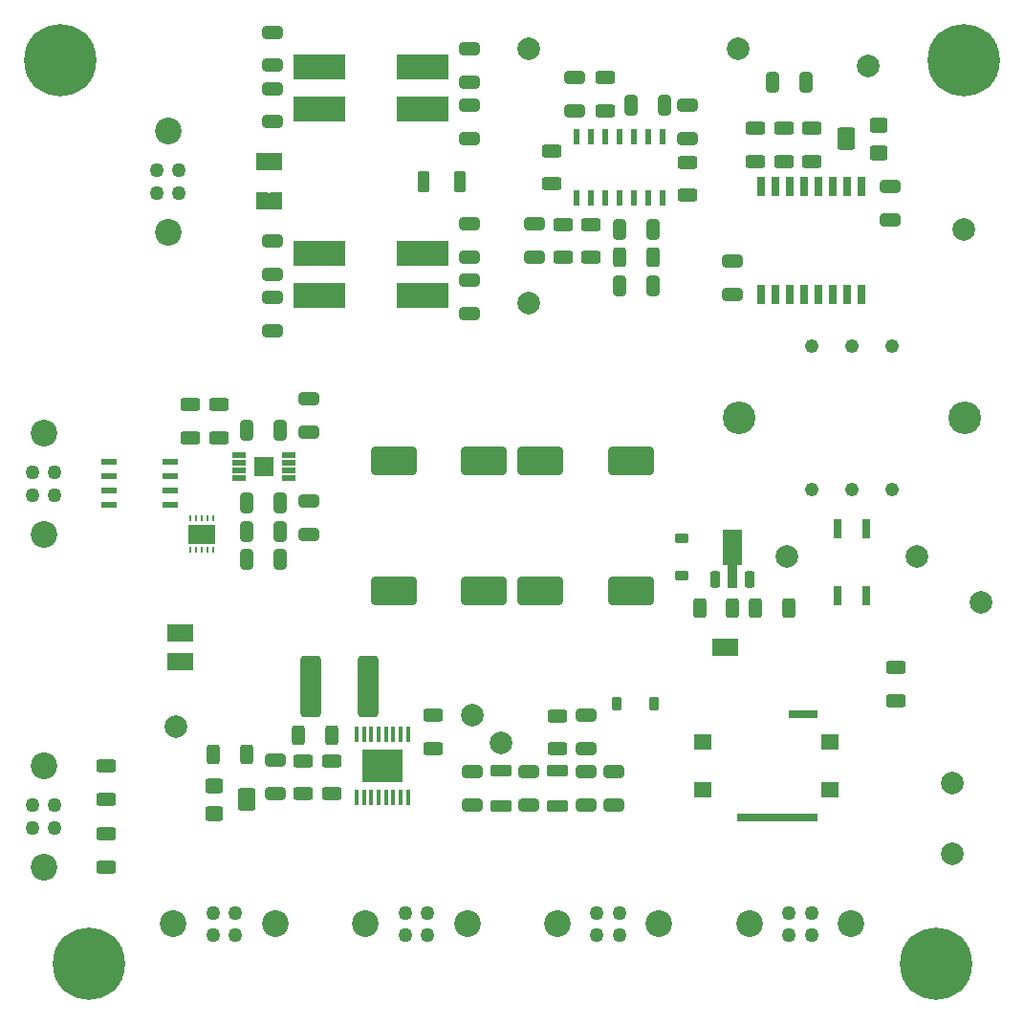
<source format=gts>
G04 #@! TF.GenerationSoftware,KiCad,Pcbnew,9.0.2-9.0.2-0~ubuntu24.04.1*
G04 #@! TF.CreationDate,2025-06-11T14:59:59-05:00*
G04 #@! TF.ProjectId,bias-supply,62696173-2d73-4757-9070-6c792e6b6963,0.1*
G04 #@! TF.SameCoordinates,Original*
G04 #@! TF.FileFunction,Soldermask,Top*
G04 #@! TF.FilePolarity,Negative*
%FSLAX46Y46*%
G04 Gerber Fmt 4.6, Leading zero omitted, Abs format (unit mm)*
G04 Created by KiCad (PCBNEW 9.0.2-9.0.2-0~ubuntu24.04.1) date 2025-06-11 14:59:59*
%MOMM*%
%LPD*%
G01*
G04 APERTURE LIST*
G04 Aperture macros list*
%AMRoundRect*
0 Rectangle with rounded corners*
0 $1 Rounding radius*
0 $2 $3 $4 $5 $6 $7 $8 $9 X,Y pos of 4 corners*
0 Add a 4 corners polygon primitive as box body*
4,1,4,$2,$3,$4,$5,$6,$7,$8,$9,$2,$3,0*
0 Add four circle primitives for the rounded corners*
1,1,$1+$1,$2,$3*
1,1,$1+$1,$4,$5*
1,1,$1+$1,$6,$7*
1,1,$1+$1,$8,$9*
0 Add four rect primitives between the rounded corners*
20,1,$1+$1,$2,$3,$4,$5,0*
20,1,$1+$1,$4,$5,$6,$7,0*
20,1,$1+$1,$6,$7,$8,$9,0*
20,1,$1+$1,$8,$9,$2,$3,0*%
%AMFreePoly0*
4,1,9,3.862500,-0.866500,0.737500,-0.866500,0.737500,-0.450000,-1.287500,-0.450000,-1.287500,0.450000,0.737500,0.450000,0.737500,0.866500,3.862500,0.866500,3.862500,-0.866500,3.862500,-0.866500,$1*%
G04 Aperture macros list end*
%ADD10R,0.254000X0.609600*%
%ADD11R,2.387600X1.651000*%
%ADD12R,1.000000X1.500000*%
%ADD13RoundRect,0.250000X-0.650000X0.325000X-0.650000X-0.325000X0.650000X-0.325000X0.650000X0.325000X0*%
%ADD14RoundRect,0.250000X0.312500X0.625000X-0.312500X0.625000X-0.312500X-0.625000X0.312500X-0.625000X0*%
%ADD15R,1.257300X0.508000*%
%ADD16R,1.727200X1.701800*%
%ADD17RoundRect,0.225000X-0.225000X-0.375000X0.225000X-0.375000X0.225000X0.375000X-0.225000X0.375000X0*%
%ADD18C,1.270000*%
%ADD19C,2.362200*%
%ADD20C,2.000000*%
%ADD21RoundRect,0.250000X-1.750000X-1.000000X1.750000X-1.000000X1.750000X1.000000X-1.750000X1.000000X0*%
%ADD22RoundRect,0.250000X0.650000X-0.325000X0.650000X0.325000X-0.650000X0.325000X-0.650000X-0.325000X0*%
%ADD23RoundRect,0.250000X-0.625000X0.312500X-0.625000X-0.312500X0.625000X-0.312500X0.625000X0.312500X0*%
%ADD24RoundRect,0.250000X0.625000X-0.312500X0.625000X0.312500X-0.625000X0.312500X-0.625000X-0.312500X0*%
%ADD25R,0.355600X1.473200*%
%ADD26R,3.581400X2.946400*%
%ADD27RoundRect,0.250000X-0.325000X-0.650000X0.325000X-0.650000X0.325000X0.650000X-0.325000X0.650000X0*%
%ADD28RoundRect,0.250000X0.700000X-0.275000X0.700000X0.275000X-0.700000X0.275000X-0.700000X-0.275000X0*%
%ADD29C,6.400000*%
%ADD30RoundRect,0.250000X-0.275000X-0.700000X0.275000X-0.700000X0.275000X0.700000X-0.275000X0.700000X0*%
%ADD31RoundRect,0.250000X0.650000X2.450000X-0.650000X2.450000X-0.650000X-2.450000X0.650000X-2.450000X0*%
%ADD32C,1.214000*%
%ADD33C,2.891000*%
%ADD34RoundRect,0.225000X0.375000X-0.225000X0.375000X0.225000X-0.375000X0.225000X-0.375000X-0.225000X0*%
%ADD35RoundRect,0.250000X1.750000X1.000000X-1.750000X1.000000X-1.750000X-1.000000X1.750000X-1.000000X0*%
%ADD36RoundRect,0.250000X0.550000X-0.400000X0.550000X0.400000X-0.550000X0.400000X-0.550000X-0.400000X0*%
%ADD37RoundRect,0.250000X0.550000X-0.750000X0.550000X0.750000X-0.550000X0.750000X-0.550000X-0.750000X0*%
%ADD38R,0.762000X1.803400*%
%ADD39RoundRect,0.250000X-0.700000X0.275000X-0.700000X-0.275000X0.700000X-0.275000X0.700000X0.275000X0*%
%ADD40RoundRect,0.250000X0.325000X0.650000X-0.325000X0.650000X-0.325000X-0.650000X0.325000X-0.650000X0*%
%ADD41R,0.532600X1.454899*%
%ADD42R,1.600200X1.397000*%
%ADD43R,2.590800X0.711200*%
%ADD44R,7.086600X0.711200*%
%ADD45RoundRect,0.250000X-0.312500X-0.625000X0.312500X-0.625000X0.312500X0.625000X-0.312500X0.625000X0*%
%ADD46RoundRect,0.250000X-0.550000X0.400000X-0.550000X-0.400000X0.550000X-0.400000X0.550000X0.400000X0*%
%ADD47RoundRect,0.250000X-0.550000X0.750000X-0.550000X-0.750000X0.550000X-0.750000X0.550000X0.750000X0*%
%ADD48R,1.460500X0.533400*%
%ADD49R,0.650000X1.750000*%
%ADD50RoundRect,0.225000X0.225000X-0.500000X0.225000X0.500000X-0.225000X0.500000X-0.225000X-0.500000X0*%
%ADD51FreePoly0,90.000000*%
%ADD52R,4.600000X2.250000*%
G04 APERTURE END LIST*
G36*
X36850000Y-26750000D02*
G01*
X37150000Y-26750000D01*
X37150000Y-28250000D01*
X36850000Y-28250000D01*
X36850000Y-26750000D01*
G37*
G36*
X37150000Y-31750000D02*
G01*
X36850000Y-31750000D01*
X36850000Y-30250000D01*
X37150000Y-30250000D01*
X37150000Y-31750000D01*
G37*
G36*
X28925000Y-68500000D02*
G01*
X29225000Y-68500000D01*
X29225000Y-70000000D01*
X28925000Y-70000000D01*
X28925000Y-68500000D01*
G37*
G36*
X28925000Y-71000000D02*
G01*
X29225000Y-71000000D01*
X29225000Y-72500000D01*
X28925000Y-72500000D01*
X28925000Y-71000000D01*
G37*
G36*
X77500000Y-71250000D02*
G01*
X77200000Y-71250000D01*
X77200000Y-69750000D01*
X77500000Y-69750000D01*
X77500000Y-71250000D01*
G37*
D10*
X32000001Y-59100000D03*
X31499999Y-59100000D03*
X31000000Y-59100000D03*
X30500001Y-59100000D03*
X29999999Y-59100000D03*
X29999999Y-61900000D03*
X30500001Y-61900000D03*
X31000000Y-61900000D03*
X31499999Y-61900000D03*
X32000001Y-61900000D03*
D11*
X31000000Y-60500000D03*
D12*
X36350000Y-27500000D03*
X37650000Y-27500000D03*
D13*
X54750000Y-22525000D03*
X54750000Y-25475000D03*
X67500000Y-81525000D03*
X67500000Y-84475000D03*
D14*
X82962500Y-67000000D03*
X80037500Y-67000000D03*
D15*
X38678050Y-55474999D03*
X38678050Y-54825001D03*
X38678050Y-54174999D03*
X38678050Y-53525001D03*
X34321950Y-53525001D03*
X34321950Y-54174999D03*
X34321950Y-54825001D03*
X34321950Y-55474999D03*
D16*
X36500000Y-54500000D03*
D17*
X67750000Y-75500000D03*
X71050000Y-75500000D03*
D18*
X66000000Y-96000000D03*
X68000001Y-96000000D03*
X66000000Y-93999999D03*
X68000001Y-93999999D03*
D19*
X62500001Y-95000000D03*
X71499999Y-95000000D03*
D20*
X97500000Y-82500000D03*
X60000000Y-17500000D03*
X60000000Y-40000000D03*
D21*
X61000000Y-54000000D03*
X69000000Y-54000000D03*
D22*
X65000000Y-79500000D03*
X65000000Y-76550000D03*
D23*
X30000000Y-49037500D03*
X30000000Y-51962500D03*
X51500000Y-76537500D03*
X51500000Y-79462500D03*
D20*
X94306000Y-62500000D03*
D12*
X37650000Y-31000000D03*
X36350000Y-31000000D03*
D24*
X82527500Y-27462500D03*
X82527500Y-24537500D03*
D13*
X37250000Y-39525000D03*
X37250000Y-42475000D03*
D20*
X90000000Y-19000000D03*
D25*
X44724160Y-83819400D03*
X45374400Y-83819400D03*
X46024640Y-83819400D03*
X46674880Y-83819400D03*
X47325120Y-83819400D03*
X47975360Y-83819400D03*
X48625600Y-83819400D03*
X49275840Y-83819400D03*
X49275840Y-78180600D03*
X48625600Y-78180600D03*
X47975360Y-78180600D03*
X47325120Y-78180600D03*
X46674880Y-78180600D03*
X46024640Y-78180600D03*
X45374400Y-78180600D03*
X44724160Y-78180600D03*
D26*
X47000000Y-81000000D03*
D18*
X16000000Y-84500001D03*
X16000000Y-86500002D03*
X18000001Y-84500001D03*
X18000001Y-86500002D03*
D19*
X17000000Y-81000002D03*
X17000000Y-90000000D03*
D22*
X37250000Y-37475000D03*
X37250000Y-34525000D03*
D24*
X73975000Y-30462500D03*
X73975000Y-27537500D03*
D23*
X62990000Y-33037500D03*
X62990000Y-35962500D03*
D27*
X35025000Y-57750000D03*
X37975000Y-57750000D03*
D28*
X62500000Y-84575000D03*
X62500000Y-81425000D03*
D18*
X32000000Y-96000000D03*
X34000001Y-96000000D03*
X32000000Y-93999999D03*
X34000001Y-93999999D03*
D19*
X28500001Y-95000000D03*
X37499999Y-95000000D03*
D29*
X96000000Y-98500000D03*
D30*
X50675000Y-29250000D03*
X53825000Y-29250000D03*
D31*
X45750000Y-74000000D03*
X40650000Y-74000000D03*
D29*
X18500000Y-18500000D03*
D22*
X60000000Y-84475000D03*
X60000000Y-81525000D03*
D32*
X85000000Y-56500000D03*
X88556000Y-56500000D03*
X92112000Y-56500000D03*
X92112000Y-43800000D03*
X88556000Y-43800000D03*
X85000000Y-43800000D03*
D33*
X78574000Y-50150000D03*
X98538000Y-50150000D03*
D34*
X73500000Y-64150000D03*
X73500000Y-60850000D03*
D21*
X61000000Y-65500000D03*
X69000000Y-65500000D03*
D13*
X73975000Y-22525000D03*
X73975000Y-25475000D03*
X65000000Y-81525000D03*
X65000000Y-84475000D03*
D35*
X56000000Y-65500000D03*
X48000000Y-65500000D03*
D22*
X54750000Y-20475000D03*
X54750000Y-17525000D03*
D36*
X32100000Y-82750000D03*
D37*
X35000000Y-84000000D03*
D36*
X32100000Y-85250000D03*
D24*
X62500000Y-79500000D03*
X62500000Y-76575000D03*
D38*
X87306000Y-65959100D03*
X89806000Y-65959100D03*
X89806000Y-60040900D03*
X87306000Y-60040900D03*
D39*
X57500000Y-81425000D03*
X57500000Y-84575000D03*
D20*
X100000000Y-66500000D03*
D18*
X83000000Y-96000000D03*
X85000001Y-96000000D03*
X83000000Y-93999999D03*
X85000001Y-93999999D03*
D19*
X79500001Y-95000000D03*
X88499999Y-95000000D03*
D20*
X98500000Y-33500000D03*
D23*
X65460000Y-33037500D03*
X65460000Y-35962500D03*
D40*
X70950000Y-33500000D03*
X68000000Y-33500000D03*
D24*
X42500000Y-83462500D03*
X42500000Y-80537500D03*
D20*
X55000000Y-76500000D03*
D41*
X64190000Y-30721348D03*
X65460000Y-30721348D03*
X66730000Y-30721348D03*
X68000000Y-30721348D03*
X69270000Y-30721348D03*
X70540000Y-30721348D03*
X71810000Y-30721348D03*
X71810000Y-25278652D03*
X70540000Y-25278652D03*
X69270000Y-25278652D03*
X68000000Y-25278652D03*
X66730000Y-25278652D03*
X65460000Y-25278652D03*
X64190000Y-25278652D03*
D42*
X75348500Y-78900002D03*
X86651500Y-78900002D03*
X75348500Y-83099998D03*
X86651500Y-83099998D03*
D43*
X84250000Y-76402600D03*
D44*
X82000000Y-85597400D03*
D45*
X68012500Y-36000000D03*
X70937500Y-36000000D03*
D24*
X80055000Y-27462500D03*
X80055000Y-24537500D03*
D27*
X35025000Y-62750000D03*
X37975000Y-62750000D03*
D20*
X78500000Y-17500000D03*
D46*
X90950000Y-26750000D03*
D47*
X88050000Y-25500000D03*
D46*
X90950000Y-24250000D03*
D29*
X98500000Y-18500000D03*
D13*
X60500000Y-33025000D03*
X60500000Y-35975000D03*
D48*
X22775850Y-54095000D03*
X22775850Y-55365000D03*
X22775850Y-56635000D03*
X22775850Y-57905000D03*
X28224150Y-57905000D03*
X28224150Y-56635000D03*
X28224150Y-55365000D03*
X28224150Y-54095000D03*
D13*
X40500000Y-57525000D03*
X40500000Y-60475000D03*
D20*
X82806000Y-62500000D03*
D22*
X54750000Y-35975000D03*
X54750000Y-33025000D03*
D24*
X40000000Y-83462500D03*
X40000000Y-80537500D03*
D18*
X49000000Y-96000000D03*
X51000001Y-96000000D03*
X49000000Y-93999999D03*
X51000001Y-93999999D03*
D19*
X45500001Y-95000000D03*
X54499999Y-95000000D03*
D13*
X54750000Y-38025000D03*
X54750000Y-40975000D03*
D35*
X56000000Y-54000000D03*
X48000000Y-54000000D03*
D12*
X28425000Y-69250000D03*
X29725000Y-69250000D03*
D49*
X89445000Y-29725000D03*
X88175000Y-29725000D03*
X86905000Y-29725000D03*
X85635000Y-29725000D03*
X84365000Y-29725000D03*
X83095000Y-29725000D03*
X81825000Y-29725000D03*
X80555000Y-29725000D03*
X80555000Y-39275000D03*
X81825000Y-39275000D03*
X83095000Y-39275000D03*
X84365000Y-39275000D03*
X85635000Y-39275000D03*
X86905000Y-39275000D03*
X88175000Y-39275000D03*
X89445000Y-39275000D03*
D40*
X84475000Y-20500000D03*
X81525000Y-20500000D03*
X71950000Y-22500000D03*
X69000000Y-22500000D03*
D18*
X27000000Y-28250000D03*
X27000000Y-30250001D03*
X29000001Y-28250000D03*
X29000001Y-30250001D03*
D19*
X28000000Y-24750001D03*
X28000000Y-33749999D03*
D18*
X16000000Y-55000000D03*
X16000000Y-57000001D03*
X18000001Y-55000000D03*
X18000001Y-57000001D03*
D19*
X17000000Y-51500001D03*
X17000000Y-60499999D03*
D45*
X75075000Y-67000000D03*
X78000000Y-67000000D03*
D12*
X28425000Y-71750000D03*
X29725000Y-71750000D03*
D50*
X76500000Y-64525000D03*
D51*
X78000000Y-64000000D03*
D50*
X79500000Y-64525000D03*
D29*
X21000000Y-98500000D03*
D22*
X37500000Y-83475000D03*
X37500000Y-80525000D03*
D13*
X40500000Y-48525000D03*
X40500000Y-51475000D03*
D22*
X64000000Y-22975000D03*
X64000000Y-20025000D03*
D23*
X22500000Y-87037500D03*
X22500000Y-89962500D03*
D20*
X57500000Y-79000000D03*
D24*
X22500000Y-83962500D03*
X22500000Y-81037500D03*
D27*
X35025000Y-60250000D03*
X37975000Y-60250000D03*
D14*
X42500000Y-78250000D03*
X39575000Y-78250000D03*
D23*
X32500000Y-49037500D03*
X32500000Y-51962500D03*
D24*
X85000000Y-27462500D03*
X85000000Y-24537500D03*
D45*
X32037500Y-80000000D03*
X34962500Y-80000000D03*
D20*
X97500000Y-88750000D03*
X28750000Y-77500000D03*
D23*
X92500000Y-72287500D03*
X92500000Y-75212500D03*
D24*
X66730000Y-22962500D03*
X66730000Y-20037500D03*
D22*
X37250000Y-18975000D03*
X37250000Y-16025000D03*
D13*
X92000000Y-29725000D03*
X92000000Y-32675000D03*
D12*
X78000000Y-70500000D03*
X76700000Y-70500000D03*
D52*
X41450000Y-35625000D03*
X41450000Y-39375000D03*
X50550000Y-39375000D03*
X50550000Y-35625000D03*
D40*
X70950000Y-38500000D03*
X68000000Y-38500000D03*
D13*
X37250000Y-21025000D03*
X37250000Y-23975000D03*
D22*
X55000000Y-84475000D03*
X55000000Y-81525000D03*
D24*
X62000000Y-29462500D03*
X62000000Y-26537500D03*
D52*
X41450000Y-19125000D03*
X41450000Y-22875000D03*
X50550000Y-22875000D03*
X50550000Y-19125000D03*
D13*
X78000000Y-36325000D03*
X78000000Y-39275000D03*
D40*
X37975000Y-51250000D03*
X35025000Y-51250000D03*
M02*

</source>
